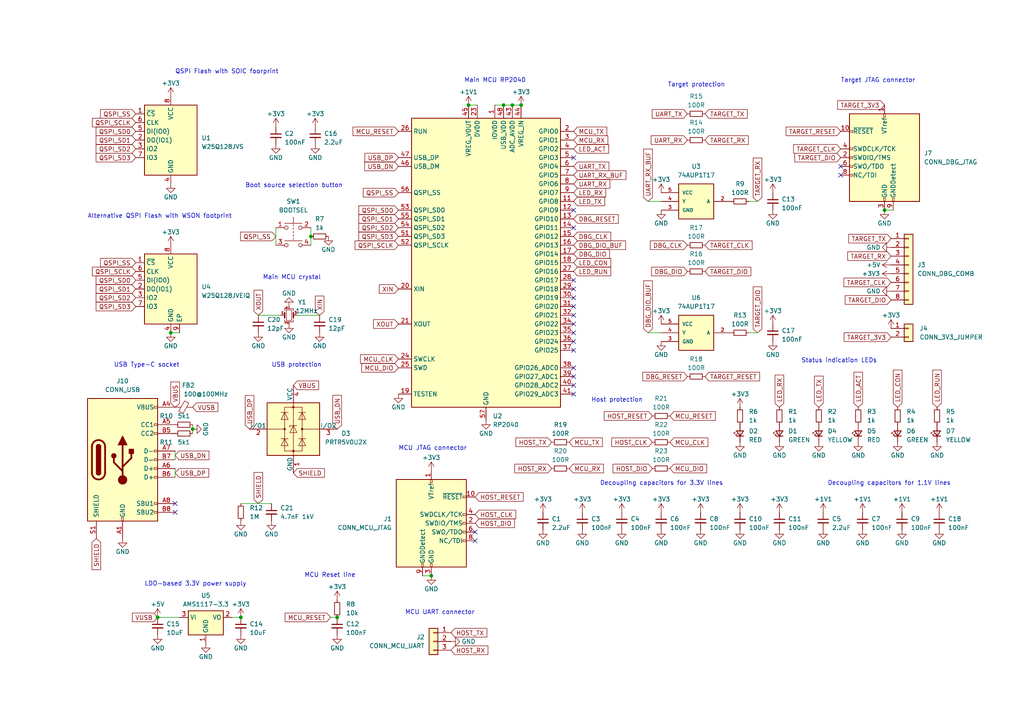
<source format=kicad_sch>
(kicad_sch (version 20230121) (generator eeschema)
  (paper "A4")
  (title_block (title "RP2040-DebugProbe-0010") (date "2023-12-24") (rev "1.0") (company "(c) 2023 Andriy Golovnya") (comment 1 "RP2040 based Debug Probe") (comment 2 "Designed in Germany"))
  (lib_symbols
    (symbol "Connector:Conn_ARM_JTAG_SWD_10" (pin_names (offset 1.016))
      (property "Reference" "J" (at -2.54 16.51 0))
      (property "Value" "Conn_ARM_JTAG_SWD_10" (at -2.54 13.97 0))
      (symbol "Conn_ARM_JTAG_SWD_10_1_1"
        (pin power_in line (at 0 15.24 270) (length 2.54) (name "VTref") (number "1"))
        (pin open_collector line (at 12.7 7.62 180) (length 2.54) (name "~{RESET}") (number "10"))
        (pin bidirectional line (at 12.7 0 180) (length 2.54) (name "SWDIO/TMS") (number "2"))
        (pin power_in line (at 0 -15.24 90) (length 2.54) (name "GND") (number "3"))
        (pin output line (at 12.7 2.54 180) (length 2.54) (name "SWDCLK/TCK") (number "4"))
        (pin passive line (at 0 -15.24 90) (length 2.54) hide (name "GND") (number "5"))
        (pin input line (at 12.7 -2.54 180) (length 2.54) (name "SWO/TDO") (number "6"))
        (pin no_connect line (at -10.16 0 0) (length 2.54) hide (name "KEY") (number "7"))
        (pin output line (at 12.7 -5.08 180) (length 2.54) (name "NC/TDI") (number "8"))
        (pin passive line (at -2.54 -15.24 90) (length 2.54) (name "GNDDetect") (number "9"))
      )
    )
    (symbol "Connector:USB_C_Receptacle_USB2.0" (pin_names (offset 1.016))
      (property "Reference" "J" (at -10.16 19.05 0))
      (property "Value" "USB_C_Receptacle_USB2.0" (at 19.05 19.05 0))
      (symbol "USB_C_Receptacle_USB2.0_1_1"
        (pin passive line (at 0 -22.86 90) (length 5.08) (name "GND") (number "A1"))
        (pin passive line (at 0 -22.86 90) (length 5.08) hide (name "GND") (number "A12"))
        (pin passive line (at 15.24 15.24 180) (length 5.08) (name "VBUS") (number "A4"))
        (pin bidirectional line (at 15.24 10.16 180) (length 5.08) (name "CC1") (number "A5"))
        (pin bidirectional line (at 15.24 -2.54 180) (length 5.08) (name "D+") (number "A6"))
        (pin bidirectional line (at 15.24 2.54 180) (length 5.08) (name "D-") (number "A7"))
        (pin bidirectional line (at 15.24 -12.7 180) (length 5.08) (name "SBU1") (number "A8"))
        (pin passive line (at 15.24 15.24 180) (length 5.08) hide (name "VBUS") (number "A9"))
        (pin passive line (at 0 -22.86 90) (length 5.08) hide (name "GND") (number "B1"))
        (pin passive line (at 0 -22.86 90) (length 5.08) hide (name "GND") (number "B12"))
        (pin passive line (at 15.24 15.24 180) (length 5.08) hide (name "VBUS") (number "B4"))
        (pin bidirectional line (at 15.24 7.62 180) (length 5.08) (name "CC2") (number "B5"))
        (pin bidirectional line (at 15.24 -5.08 180) (length 5.08) (name "D+") (number "B6"))
        (pin bidirectional line (at 15.24 0 180) (length 5.08) (name "D-") (number "B7"))
        (pin bidirectional line (at 15.24 -15.24 180) (length 5.08) (name "SBU2") (number "B8"))
        (pin passive line (at 15.24 15.24 180) (length 5.08) hide (name "VBUS") (number "B9"))
        (pin passive line (at -7.62 -22.86 90) (length 5.08) (name "SHIELD") (number "S1"))
      )
    )
    (symbol "Connector_Generic:Conn_01x02" (pin_names (offset 1.016) hide)
      (property "Reference" "J" (at 0 2.54 0))
      (property "Value" "Conn_01x02" (at 0 -5.08 0))
      (symbol "Conn_01x02_1_1"
        (pin passive line (at -5.08 0 0) (length 3.81) (name "Pin_1") (number "1"))
        (pin passive line (at -5.08 -2.54 0) (length 3.81) (name "Pin_2") (number "2"))
      )
    )
    (symbol "Connector_Generic:Conn_01x03" (pin_names (offset 1.016) hide)
      (property "Reference" "J" (at 0 5.08 0))
      (property "Value" "Conn_01x03" (at 0 -5.08 0))
      (symbol "Conn_01x03_1_1"
        (pin passive line (at -5.08 2.54 0) (length 3.81) (name "Pin_1") (number "1"))
        (pin passive line (at -5.08 0 0) (length 3.81) (name "Pin_2") (number "2"))
        (pin passive line (at -5.08 -2.54 0) (length 3.81) (name "Pin_3") (number "3"))
      )
    )
    (symbol "Connector_Generic:Conn_01x08" (pin_names (offset 1.016) hide)
      (property "Reference" "J" (at 0 10.16 0))
      (property "Value" "Conn_01x08" (at 0 -12.7 0))
      (symbol "Conn_01x08_1_1"
        (pin passive line (at -5.08 7.62 0) (length 3.81) (name "Pin_1") (number "1"))
        (pin passive line (at -5.08 5.08 0) (length 3.81) (name "Pin_2") (number "2"))
        (pin passive line (at -5.08 2.54 0) (length 3.81) (name "Pin_3") (number "3"))
        (pin passive line (at -5.08 0 0) (length 3.81) (name "Pin_4") (number "4"))
        (pin passive line (at -5.08 -2.54 0) (length 3.81) (name "Pin_5") (number "5"))
        (pin passive line (at -5.08 -5.08 0) (length 3.81) (name "Pin_6") (number "6"))
        (pin passive line (at -5.08 -7.62 0) (length 3.81) (name "Pin_7") (number "7"))
        (pin passive line (at -5.08 -10.16 0) (length 3.81) (name "Pin_8") (number "8"))
      )
    )
    (symbol "Device:C_Small" (pin_numbers hide) (pin_names (offset 0.254) hide)
      (property "Reference" "C" (at 0.254 1.778 0))
      (property "Value" "C_Small" (at 0.254 -2.032 0))
      (symbol "C_Small_1_1"
        (pin passive line (at 0 2.54 270) (length 2.032) (name "~") (number "1"))
        (pin passive line (at 0 -2.54 90) (length 2.032) (name "~") (number "2"))
      )
    )
    (symbol "Device:Crystal_GND24_Small" (pin_names (offset 1.016) hide)
      (property "Reference" "Y" (at 1.27 4.445 0))
      (property "Value" "Crystal_GND24_Small" (at 1.27 2.54 0))
      (symbol "Crystal_GND24_Small_1_1"
        (pin passive line (at -2.54 0 0) (length 1.27) (name "1") (number "1"))
        (pin passive line (at 0 -2.54 90) (length 0.635) (name "2") (number "2"))
        (pin passive line (at 2.54 0 180) (length 1.27) (name "3") (number "3"))
        (pin passive line (at 0 2.54 270) (length 0.635) (name "4") (number "4"))
      )
    )
    (symbol "Device:FerriteBead_Small" (pin_numbers hide) (pin_names (offset 0))
      (property "Reference" "FB" (at 1.905 1.27 0))
      (property "Value" "FerriteBead_Small" (at 1.905 -1.27 0))
      (symbol "FerriteBead_Small_1_1"
        (pin passive line (at 0 2.54 270) (length 1.27) (name "~") (number "1"))
        (pin passive line (at 0 -2.54 90) (length 1.27) (name "~") (number "2"))
      )
    )
    (symbol "Device:LED_Small" (pin_numbers hide) (pin_names (offset 0.254) hide)
      (property "Reference" "D" (at -1.27 3.175 0))
      (property "Value" "LED_Small" (at -4.445 -2.54 0))
      (symbol "LED_Small_1_1"
        (pin passive line (at -2.54 0 0) (length 1.778) (name "K") (number "1"))
        (pin passive line (at 2.54 0 180) (length 1.778) (name "A") (number "2"))
      )
    )
    (symbol "Device:R_Small" (pin_numbers hide) (pin_names (offset 0.254) hide)
      (property "Reference" "R" (at 0.762 0.508 0))
      (property "Value" "R_Small" (at 0.762 -1.016 0))
      (symbol "R_Small_1_1"
        (pin passive line (at 0 2.54 270) (length 0.762) (name "~") (number "1"))
        (pin passive line (at 0 -2.54 90) (length 0.762) (name "~") (number "2"))
      )
    )
    (symbol "MCU_RaspberryPi:RP2040"
      (property "Reference" "U" (at 17.78 45.72 0))
      (property "Value" "RP2040" (at 17.78 43.18 0))
      (symbol "RP2040_1_1"
        (pin power_in line (at 2.54 45.72 270) (length 3.81) (name "IOVDD") (number "1"))
        (pin passive line (at 2.54 45.72 270) (length 3.81) hide (name "IOVDD") (number "10"))
        (pin bidirectional line (at 25.4 17.78 180) (length 3.81) (name "GPIO8") (number "11"))
        (pin bidirectional line (at 25.4 15.24 180) (length 3.81) (name "GPIO9") (number "12"))
        (pin bidirectional line (at 25.4 12.7 180) (length 3.81) (name "GPIO10") (number "13"))
        (pin bidirectional line (at 25.4 10.16 180) (length 3.81) (name "GPIO11") (number "14"))
        (pin bidirectional line (at 25.4 7.62 180) (length 3.81) (name "GPIO12") (number "15"))
        (pin bidirectional line (at 25.4 5.08 180) (length 3.81) (name "GPIO13") (number "16"))
        (pin bidirectional line (at 25.4 2.54 180) (length 3.81) (name "GPIO14") (number "17"))
        (pin bidirectional line (at 25.4 0 180) (length 3.81) (name "GPIO15") (number "18"))
        (pin input line (at -25.4 -38.1 0) (length 3.81) (name "TESTEN") (number "19"))
        (pin bidirectional line (at 25.4 38.1 180) (length 3.81) (name "GPIO0") (number "2"))
        (pin input line (at -25.4 -7.62 0) (length 3.81) (name "XIN") (number "20"))
        (pin passive line (at -25.4 -17.78 0) (length 3.81) (name "XOUT") (number "21"))
        (pin passive line (at 2.54 45.72 270) (length 3.81) hide (name "IOVDD") (number "22"))
        (pin power_in line (at -2.54 45.72 270) (length 3.81) (name "DVDD") (number "23"))
        (pin input line (at -25.4 -27.94 0) (length 3.81) (name "SWCLK") (number "24"))
        (pin bidirectional line (at -25.4 -30.48 0) (length 3.81) (name "SWD") (number "25"))
        (pin input line (at -25.4 38.1 0) (length 3.81) (name "RUN") (number "26"))
        (pin bidirectional line (at 25.4 -2.54 180) (length 3.81) (name "GPIO16") (number "27"))
        (pin bidirectional line (at 25.4 -5.08 180) (length 3.81) (name "GPIO17") (number "28"))
        (pin bidirectional line (at 25.4 -7.62 180) (length 3.81) (name "GPIO18") (number "29"))
        (pin bidirectional line (at 25.4 35.56 180) (length 3.81) (name "GPIO1") (number "3"))
        (pin bidirectional line (at 25.4 -10.16 180) (length 3.81) (name "GPIO19") (number "30"))
        (pin bidirectional line (at 25.4 -12.7 180) (length 3.81) (name "GPIO20") (number "31"))
        (pin bidirectional line (at 25.4 -15.24 180) (length 3.81) (name "GPIO21") (number "32"))
        (pin passive line (at 2.54 45.72 270) (length 3.81) hide (name "IOVDD") (number "33"))
        (pin bidirectional line (at 25.4 -17.78 180) (length 3.81) (name "GPIO22") (number "34"))
        (pin bidirectional line (at 25.4 -20.32 180) (length 3.81) (name "GPIO23") (number "35"))
        (pin bidirectional line (at 25.4 -22.86 180) (length 3.81) (name "GPIO24") (number "36"))
        (pin bidirectional line (at 25.4 -25.4 180) (length 3.81) (name "GPIO25") (number "37"))
        (pin bidirectional line (at 25.4 -30.48 180) (length 3.81) (name "GPIO26_ADC0") (number "38"))
        (pin bidirectional line (at 25.4 -33.02 180) (length 3.81) (name "GPIO27_ADC1") (number "39"))
        (pin bidirectional line (at 25.4 33.02 180) (length 3.81) (name "GPIO2") (number "4"))
        (pin bidirectional line (at 25.4 -35.56 180) (length 3.81) (name "GPIO28_ADC2") (number "40"))
        (pin bidirectional line (at 25.4 -38.1 180) (length 3.81) (name "GPIO29_ADC3") (number "41"))
        (pin passive line (at 2.54 45.72 270) (length 3.81) hide (name "IOVDD") (number "42"))
        (pin power_in line (at 7.62 45.72 270) (length 3.81) (name "ADC_AVDD") (number "43"))
        (pin power_in line (at 10.16 45.72 270) (length 3.81) (name "VREG_IN") (number "44"))
        (pin power_out line (at -5.08 45.72 270) (length 3.81) (name "VREG_VOUT") (number "45"))
        (pin bidirectional line (at -25.4 27.94 0) (length 3.81) (name "USB_DM") (number "46"))
        (pin bidirectional line (at -25.4 30.48 0) (length 3.81) (name "USB_DP") (number "47"))
        (pin power_in line (at 5.08 45.72 270) (length 3.81) (name "USB_VDD") (number "48"))
        (pin passive line (at 2.54 45.72 270) (length 3.81) hide (name "IOVDD") (number "49"))
        (pin bidirectional line (at 25.4 30.48 180) (length 3.81) (name "GPIO3") (number "5"))
        (pin passive line (at -2.54 45.72 270) (length 3.81) hide (name "DVDD") (number "50"))
        (pin bidirectional line (at -25.4 7.62 0) (length 3.81) (name "QSPI_SD3") (number "51"))
        (pin output line (at -25.4 5.08 0) (length 3.81) (name "QSPI_SCLK") (number "52"))
        (pin bidirectional line (at -25.4 15.24 0) (length 3.81) (name "QSPI_SD0") (number "53"))
        (pin bidirectional line (at -25.4 10.16 0) (length 3.81) (name "QSPI_SD2") (number "54"))
        (pin bidirectional line (at -25.4 12.7 0) (length 3.81) (name "QSPI_SD1") (number "55"))
        (pin bidirectional line (at -25.4 20.32 0) (length 3.81) (name "QSPI_SS") (number "56"))
        (pin power_in line (at 0 -45.72 90) (length 3.81) (name "GND") (number "57"))
        (pin bidirectional line (at 25.4 27.94 180) (length 3.81) (name "GPIO4") (number "6"))
        (pin bidirectional line (at 25.4 25.4 180) (length 3.81) (name "GPIO5") (number "7"))
        (pin bidirectional line (at 25.4 22.86 180) (length 3.81) (name "GPIO6") (number "8"))
        (pin bidirectional line (at 25.4 20.32 180) (length 3.81) (name "GPIO7") (number "9"))
      )
    )
    (symbol "Memory_Flash:W25Q128JVS"
      (property "Reference" "U" (at -8.89 8.89 0))
      (property "Value" "W25Q128JVS" (at 7.62 8.89 0))
      (symbol "W25Q128JVS_1_1"
        (pin input line (at -10.16 7.62 0) (length 2.54) (name "~{CS}") (number "1"))
        (pin bidirectional line (at -10.16 0 0) (length 2.54) (name "DO(IO1)") (number "2"))
        (pin bidirectional line (at -10.16 -2.54 0) (length 2.54) (name "IO2") (number "3"))
        (pin power_in line (at 0 -12.7 90) (length 2.54) (name "GND") (number "4"))
        (pin bidirectional line (at -10.16 2.54 0) (length 2.54) (name "DI(IO0)") (number "5"))
        (pin input line (at -10.16 5.08 0) (length 2.54) (name "CLK") (number "6"))
        (pin bidirectional line (at -10.16 -5.08 0) (length 2.54) (name "IO3") (number "7"))
        (pin power_in line (at 0 12.7 270) (length 2.54) (name "VCC") (number "8"))
      )
    )
    (symbol "Memory_Flash:W25Q32JVZP"
      (property "Reference" "U" (at -6.35 11.43 0))
      (property "Value" "W25Q32JVZP" (at 7.62 11.43 0))
      (symbol "W25Q32JVZP_1_1"
        (pin input line (at -10.16 7.62 0) (length 2.54) (name "~{CS}") (number "1"))
        (pin bidirectional line (at -10.16 0 0) (length 2.54) (name "DO(IO1)") (number "2"))
        (pin bidirectional line (at -10.16 -2.54 0) (length 2.54) (name "IO2") (number "3"))
        (pin power_in line (at 0 -12.7 90) (length 2.54) (name "GND") (number "4"))
        (pin bidirectional line (at -10.16 2.54 0) (length 2.54) (name "DI(IO0)") (number "5"))
        (pin input line (at -10.16 5.08 0) (length 2.54) (name "CLK") (number "6"))
        (pin bidirectional line (at -10.16 -5.08 0) (length 2.54) (name "IO3") (number "7"))
        (pin power_in line (at 0 12.7 270) (length 2.54) (name "VCC") (number "8"))
        (pin passive line (at 2.54 -12.7 90) (length 2.54) (name "EP") (number "9"))
      )
    )
    (symbol "Power_Protection:PRTR5V0U2X" (pin_names (offset 0))
      (property "Reference" "D" (at 2.794 8.636 0))
      (property "Value" "PRTR5V0U2X" (at 8.128 -9.398 0))
      (symbol "PRTR5V0U2X_1_1"
        (pin passive line (at 0 -12.7 90) (length 5.08) (name "GND") (number "1"))
        (pin passive line (at -12.7 0 0) (length 5.08) (name "I/O1") (number "2"))
        (pin passive line (at 12.7 0 180) (length 5.08) (name "I/O2") (number "3"))
        (pin passive line (at 0 12.7 270) (length 5.08) (name "VCC") (number "4"))
      )
    )
    (symbol "Regulator_Linear:AMS1117-3.3"
      (property "Reference" "U" (at -3.81 3.175 0))
      (property "Value" "AMS1117-3.3" (at 0 3.175 0))
      (symbol "AMS1117-3.3_1_1"
        (pin power_in line (at 0 -7.62 90) (length 2.54) (name "GND") (number "1"))
        (pin power_out line (at 7.62 0 180) (length 2.54) (name "VO") (number "2"))
        (pin power_in line (at -7.62 0 0) (length 2.54) (name "VI") (number "3"))
      )
    )
    (symbol "SN74AUP1T17DCKR:SN74AUP1T17DCKR" (pin_names (offset 1.016))
      (property "Reference" "U6" (at 0 12.7 0))
      (property "Value" "74AUP1T17" (at 0 10.16 0))
      (symbol "SN74AUP1T17DCKR_0_0"
        (pin input line (at -10.16 2.54 0) (length 5.08) (name "A") (number "2"))
        (pin power_in line (at 10.16 0 180) (length 5.08) (name "GND") (number "3"))
        (pin output line (at 10.16 2.54 180) (length 5.08) (name "Y") (number "4"))
        (pin power_in line (at 10.16 5.08 180) (length 5.08) (name "VCC") (number "5"))
      )
    )
    (symbol "SN74AUP1T17DCKR_1" (pin_names (offset 1.016))
      (property "Reference" "U3" (at 0 12.7 0))
      (property "Value" "74AUP1T17" (at 0 10.16 0))
      (symbol "SN74AUP1T17DCKR_1_0_0"
        (pin input line (at -10.16 2.54 0) (length 5.08) (name "A") (number "2"))
        (pin power_in line (at 10.16 0 180) (length 5.08) (name "GND") (number "3"))
        (pin output line (at 10.16 2.54 180) (length 5.08) (name "Y") (number "4"))
        (pin power_in line (at 10.16 5.08 180) (length 5.08) (name "VCC") (number "5"))
      )
    )
    (symbol "Switch:SW_Push_Dual" (pin_names (offset 1.016) hide)
      (property "Reference" "SW" (at 1.27 2.54 0))
      (property "Value" "SW_Push_Dual" (at 0 -6.858 0))
      (symbol "SW_Push_Dual_0_1"
        (pin passive line (at -5.08 0 0) (length 2.54) (name "1") (number "1"))
        (pin passive line (at 5.08 0 180) (length 2.54) (name "2") (number "2"))
        (pin passive line (at -5.08 -5.08 0) (length 2.54) (name "3") (number "3"))
        (pin passive line (at 5.08 -5.08 180) (length 2.54) (name "4") (number "4"))
      )
    )
    (symbol "power:+1V1" (power) (pin_names (offset 0))
      (property "Value" "+1V1" (at 0 3.556 0))
      (symbol "+1V1_1_1"
        (pin power_in line (at 0 0 90) (length 0) hide (name "+1V1") (number "1"))
      )
    )
    (symbol "power:+3V3" (power) (pin_names (offset 0))
      (property "Value" "+3V3" (at 0 3.556 0))
      (symbol "+3V3_1_1"
        (pin power_in line (at 0 0 90) (length 0) hide (name "+3V3") (number "1"))
      )
    )
    (symbol "power:+5V" (power) (pin_names (offset 0))
      (property "Value" "+5V" (at 0 3.556 0))
      (symbol "+5V_1_1"
        (pin power_in line (at 0 0 90) (length 0) hide (name "+5V") (number "1"))
      )
    )
    (symbol "power:GND" (power) (pin_names (offset 0))
      (property "Value" "GND" (at 0 -3.81 0))
      (symbol "GND_1_1"
        (pin power_in line (at 0 0 270) (length 0) hide (name "GND") (number "1"))
      )
    )
  )
  (junction (at 148.59 30.48))
  (junction (at 55.88 124.46))
  (junction (at 97.79 179.07))
  (junction (at 135.89 30.48))
  (junction (at 69.85 179.07))
  (junction (at 90.17 68.58))
  (junction (at 125.095 167.005))
  (junction (at 146.05 30.48))
  (junction (at 45.72 179.07))
  (junction (at 49.53 96.52))
  (junction (at 256.54 60.96))
  (junction (at 151.13 30.48))
  (no_connect (at 166.37 66.04))
  (no_connect (at 166.37 88.9))
  (no_connect (at 50.8 148.59))
  (no_connect (at 166.37 91.44))
  (no_connect (at 166.37 111.76))
  (no_connect (at 166.37 81.28))
  (no_connect (at 166.37 114.3))
  (no_connect (at 166.37 99.06))
  (no_connect (at 243.84 48.26))
  (no_connect (at 137.795 154.305))
  (no_connect (at 50.8 146.05))
  (no_connect (at 243.84 50.8))
  (no_connect (at 166.37 86.36))
  (no_connect (at 166.37 96.52))
  (no_connect (at 137.795 156.845))
  (no_connect (at 166.37 106.68))
  (no_connect (at 166.37 93.98))
  (no_connect (at 166.37 109.22))
  (no_connect (at 166.37 83.82))
  (no_connect (at 166.37 60.96))
  (no_connect (at 166.37 101.6))
  (no_connect (at 166.37 45.72))
  (wire (pts (xy 86.36 91.44) (xy 92.71 91.44)))
  (wire (pts (xy 55.88 124.46) (xy 55.88 123.19)))
  (wire (pts (xy 50.8 135.89) (xy 50.8 138.43)))
  (wire (pts (xy 219.71 96.52) (xy 217.17 96.52)))
  (wire (pts (xy 55.88 125.73) (xy 55.88 124.46)))
  (wire (pts (xy 80.01 66.04) (xy 80.01 71.12)))
  (wire (pts (xy 95.885 179.07) (xy 97.79 179.07)))
  (wire (pts (xy 135.89 30.48) (xy 138.43 30.48)))
  (wire (pts (xy 219.71 58.42) (xy 217.17 58.42)))
  (wire (pts (xy 74.93 91.44) (xy 81.28 91.44)))
  (wire (pts (xy 148.59 30.48) (xy 151.13 30.48)))
  (wire (pts (xy 67.31 179.07) (xy 69.85 179.07)))
  (wire (pts (xy 187.96 58.42) (xy 191.77 58.42)))
  (wire (pts (xy 50.8 130.81) (xy 50.8 133.35)))
  (wire (pts (xy 143.51 30.48) (xy 146.05 30.48)))
  (wire (pts (xy 49.53 96.52) (xy 52.07 96.52)))
  (wire (pts (xy 45.72 179.07) (xy 52.07 179.07)))
  (wire (pts (xy 187.96 96.52) (xy 191.77 96.52)))
  (wire (pts (xy 90.17 68.58) (xy 90.17 71.12)))
  (wire (pts (xy 122.555 167.005) (xy 125.095 167.005)))
  (wire (pts (xy 90.17 66.04) (xy 90.17 68.58)))
  (wire (pts (xy 146.05 30.48) (xy 148.59 30.48)))
  (wire (pts (xy 259.08 60.96) (xy 256.54 60.96)))
  (wire (pts (xy 69.85 146.05) (xy 78.74 146.05)))
  (text "USB protection" (at 78.74 106.68 0) (effects (font (size 1.27 1.27)) (justify left bottom)))
  (text "Alternative QSPI Flash with WSON footprint" (at 25.4 63.5 0) (effects (font (size 1.27 1.27)) (justify left bottom)))
  (text "Main MCU RP2040" (at 134.62 24.13 0) (effects (font (size 1.27 1.27)) (justify left bottom)))
  (text "Status indication LEDs" (at 232.41 105.41 0) (effects (font (size 1.27 1.27)) (justify left bottom)))
  (text "MCU JTAG connector" (at 115.57 130.81 0) (effects (font (size 1.27 1.27)) (justify left bottom)))
  (text "Decoupling capacitors for 3.3V lines" (at 173.99 140.97 0) (effects (font (size 1.27 1.27)) (justify left bottom)))
  (text "Main MCU crystal" (at 76.2 81.28 0) (effects (font (size 1.27 1.27)) (justify left bottom)))
  (text "Decoupling capacitors for 1.1V lines" (at 240.03 140.97 0) (effects (font (size 1.27 1.27)) (justify left bottom)))
  (text "Target protection" (at 193.675 25.4 0) (effects (font (size 1.27 1.27)) (justify left bottom)))
  (text "Target JTAG connector" (at 243.84 24.13 0) (effects (font (size 1.27 1.27)) (justify left bottom)))
  (text "USB Type-C socket" (at 33.02 106.68 0) (effects (font (size 1.27 1.27)) (justify left bottom)))
  (text "Host protection" (at 171.45 116.84 0) (effects (font (size 1.27 1.27)) (justify left bottom)))
  (text "MCU UART connector" (at 117.475 178.435 0) (effects (font (size 1.27 1.27)) (justify left bottom)))
  (text "Boot source selection button" (at 71.12 54.61 0) (effects (font (size 1.27 1.27)) (justify left bottom)))
  (text "LDO-based 3.3V power supply" (at 41.91 170.18 0) (effects (font (size 1.27 1.27)) (justify left bottom)))
  (text "MCU Reset line" (at 88.265 167.64 0) (effects (font (size 1.27 1.27)) (justify left bottom)))
  (text "QSPI Flash with SOIC foorprint" (at 50.8 21.59 0) (effects (font (size 1.27 1.27)) (justify left bottom)))
  (global_label "LED_ACT" (shape input) (at 166.37 43.18 0) (property "Intersheetrefs" "${INTERSHEET_REFS}" (effects hide)))
  (global_label "QSPI_SD2" (shape input) (at 39.37 43.18 180) (property "Intersheetrefs" "${INTERSHEET_REFS}" (effects hide)))
  (global_label "QSPI_SD1" (shape input) (at 39.37 83.82 180) (property "Intersheetrefs" "${INTERSHEET_REFS}" (effects hide)))
  (global_label "MCU_TX" (shape input) (at 166.37 38.1 0) (property "Intersheetrefs" "${INTERSHEET_REFS}" (effects hide)))
  (global_label "TARGET_RESET" (shape input) (at 243.84 38.1 180) (property "Intersheetrefs" "${INTERSHEET_REFS}" (effects hide)))
  (global_label "UART_RX_BUF" (shape input) (at 166.37 50.8 0) (property "Intersheetrefs" "${INTERSHEET_REFS}" (effects hide)))
  (global_label "TARGET_CLK" (shape input) (at 258.445 81.915 180) (property "Intersheetrefs" "${INTERSHEET_REFS}" (effects hide)))
  (global_label "VBUS" (shape input) (at 85.09 111.76 0) (property "Intersheetrefs" "${INTERSHEET_REFS}" (effects hide)))
  (global_label "TARGET_TX" (shape input) (at 204.47 33.02 0) (property "Intersheetrefs" "${INTERSHEET_REFS}" (effects hide)))
  (global_label "VUSB" (shape input) (at 45.72 179.07 180) (property "Intersheetrefs" "${INTERSHEET_REFS}" (effects hide)))
  (global_label "QSPI_SD3" (shape input) (at 39.37 88.9 180) (property "Intersheetrefs" "${INTERSHEET_REFS}" (effects hide)))
  (global_label "QSPI_SD0" (shape input) (at 39.37 38.1 180) (property "Intersheetrefs" "${INTERSHEET_REFS}" (effects hide)))
  (global_label "USB_DP" (shape input) (at 72.39 124.46 90) (property "Intersheetrefs" "${INTERSHEET_REFS}" (effects hide)))
  (global_label "VUSB" (shape input) (at 55.88 118.11 0) (property "Intersheetrefs" "${INTERSHEET_REFS}" (effects hide)))
  (global_label "LED_RX" (shape input) (at 226.06 118.11 90) (property "Intersheetrefs" "${INTERSHEET_REFS}" (effects hide)))
  (global_label "QSPI_SCLK" (shape input) (at 39.37 78.74 180) (property "Intersheetrefs" "${INTERSHEET_REFS}" (effects hide)))
  (global_label "HOST_TX" (shape input) (at 160.02 128.27 180) (property "Intersheetrefs" "${INTERSHEET_REFS}" (effects hide)))
  (global_label "DBG_DIO_BUF" (shape input) (at 187.96 96.52 90) (property "Intersheetrefs" "${INTERSHEET_REFS}" (effects hide)))
  (global_label "HOST_TX" (shape input) (at 130.81 183.515 0) (property "Intersheetrefs" "${INTERSHEET_REFS}" (effects hide)))
  (global_label "QSPI_SD0" (shape input) (at 115.57 60.96 180) (property "Intersheetrefs" "${INTERSHEET_REFS}" (effects hide)))
  (global_label "SHIELD" (shape input) (at 85.09 137.16 0) (property "Intersheetrefs" "${INTERSHEET_REFS}" (effects hide)))
  (global_label "QSPI_SS" (shape input) (at 39.37 33.02 180) (property "Intersheetrefs" "${INTERSHEET_REFS}" (effects hide)))
  (global_label "QSPI_SS" (shape input) (at 115.57 55.88 180) (property "Intersheetrefs" "${INTERSHEET_REFS}" (effects hide)))
  (global_label "TARGET_DIO" (shape input) (at 204.47 78.74 0) (property "Intersheetrefs" "${INTERSHEET_REFS}" (effects hide)))
  (global_label "LED_ACT" (shape input) (at 248.92 118.11 90) (property "Intersheetrefs" "${INTERSHEET_REFS}" (effects hide)))
  (global_label "QSPI_SD3" (shape input) (at 39.37 45.72 180) (property "Intersheetrefs" "${INTERSHEET_REFS}" (effects hide)))
  (global_label "USB_DN" (shape input) (at 50.8 132.08 0) (property "Intersheetrefs" "${INTERSHEET_REFS}" (effects hide)))
  (global_label "UART_TX" (shape input) (at 166.37 48.26 0) (property "Intersheetrefs" "${INTERSHEET_REFS}" (effects hide)))
  (global_label "DBG_CLK" (shape input) (at 166.37 68.58 0) (property "Intersheetrefs" "${INTERSHEET_REFS}" (effects hide)))
  (global_label "USB_DN" (shape input) (at 115.57 48.26 180) (property "Intersheetrefs" "${INTERSHEET_REFS}" (effects hide)))
  (global_label "QSPI_SS" (shape input) (at 80.01 68.58 180) (property "Intersheetrefs" "${INTERSHEET_REFS}" (effects hide)))
  (global_label "HOST_RESET" (shape input) (at 137.795 144.145 0) (property "Intersheetrefs" "${INTERSHEET_REFS}" (effects hide)))
  (global_label "DBG_CLK" (shape input) (at 199.39 71.12 180) (property "Intersheetrefs" "${INTERSHEET_REFS}" (effects hide)))
  (global_label "TARGET_RX" (shape input) (at 204.47 40.64 0) (property "Intersheetrefs" "${INTERSHEET_REFS}" (effects hide)))
  (global_label "TARGET_DIO" (shape input) (at 258.445 86.995 180) (property "Intersheetrefs" "${INTERSHEET_REFS}" (effects hide)))
  (global_label "USB_DP" (shape input) (at 50.8 137.16 0) (property "Intersheetrefs" "${INTERSHEET_REFS}" (effects hide)))
  (global_label "TARGET_3V3" (shape input) (at 258.445 97.79 180) (property "Intersheetrefs" "${INTERSHEET_REFS}" (effects hide)))
  (global_label "UART_RX" (shape input) (at 166.37 53.34 0) (property "Intersheetrefs" "${INTERSHEET_REFS}" (effects hide)))
  (global_label "HOST_DIO" (shape input) (at 137.795 151.765 0) (property "Intersheetrefs" "${INTERSHEET_REFS}" (effects hide)))
  (global_label "TARGET_DIO" (shape input) (at 243.84 45.72 180) (property "Intersheetrefs" "${INTERSHEET_REFS}" (effects hide)))
  (global_label "MCU_RX" (shape input) (at 166.37 40.64 0) (property "Intersheetrefs" "${INTERSHEET_REFS}" (effects hide)))
  (global_label "QSPI_SD2" (shape input) (at 115.57 66.04 180) (property "Intersheetrefs" "${INTERSHEET_REFS}" (effects hide)))
  (global_label "USB_DP" (shape input) (at 115.57 45.72 180) (property "Intersheetrefs" "${INTERSHEET_REFS}" (effects hide)))
  (global_label "XIN" (shape input) (at 92.71 91.44 90) (property "Intersheetrefs" "${INTERSHEET_REFS}" (effects hide)))
  (global_label "LED_CON" (shape input) (at 166.37 76.2 0) (property "Intersheetrefs" "${INTERSHEET_REFS}" (effects hide)))
  (global_label "TARGET_DIO" (shape input) (at 219.71 96.52 90) (property "Intersheetrefs" "${INTERSHEET_REFS}" (effects hide)))
  (global_label "QSPI_SCLK" (shape input) (at 39.37 35.56 180) (property "Intersheetrefs" "${INTERSHEET_REFS}" (effects hide)))
  (global_label "HOST_RESET" (shape input) (at 189.23 120.65 180) (property "Intersheetrefs" "${INTERSHEET_REFS}" (effects hide)))
  (global_label "XIN" (shape input) (at 115.57 83.82 180) (property "Intersheetrefs" "${INTERSHEET_REFS}" (effects hide)))
  (global_label "DBG_DIO" (shape input) (at 166.37 73.66 0) (property "Intersheetrefs" "${INTERSHEET_REFS}" (effects hide)))
  (global_label "QSPI_SD1" (shape input) (at 115.57 63.5 180) (property "Intersheetrefs" "${INTERSHEET_REFS}" (effects hide)))
  (global_label "HOST_CLK" (shape input) (at 189.23 128.27 180) (property "Intersheetrefs" "${INTERSHEET_REFS}" (effects hide)))
  (global_label "USB_DN" (shape input) (at 97.79 124.46 90) (property "Intersheetrefs" "${INTERSHEET_REFS}" (effects hide)))
  (global_label "XOUT" (shape input) (at 74.93 91.44 90) (property "Intersheetrefs" "${INTERSHEET_REFS}" (effects hide)))
  (global_label "UART_RX_BUF" (shape input) (at 187.96 58.42 90) (property "Intersheetrefs" "${INTERSHEET_REFS}" (effects hide)))
  (global_label "UART_RX" (shape input) (at 199.39 40.64 180) (property "Intersheetrefs" "${INTERSHEET_REFS}" (effects hide)))
  (global_label "LED_RX" (shape input) (at 166.37 55.88 0) (property "Intersheetrefs" "${INTERSHEET_REFS}" (effects hide)))
  (global_label "HOST_CLK" (shape input) (at 137.795 149.225 0) (property "Intersheetrefs" "${INTERSHEET_REFS}" (effects hide)))
  (global_label "MCU_RX" (shape input) (at 165.1 135.89 0) (property "Intersheetrefs" "${INTERSHEET_REFS}" (effects hide)))
  (global_label "TARGET_RESET" (shape input) (at 204.47 109.22 0) (property "Intersheetrefs" "${INTERSHEET_REFS}" (effects hide)))
  (global_label "HOST_RX" (shape input) (at 130.81 188.595 0) (property "Intersheetrefs" "${INTERSHEET_REFS}" (effects hide)))
  (global_label "QSPI_SD1" (shape input) (at 39.37 40.64 180) (property "Intersheetrefs" "${INTERSHEET_REFS}" (effects hide)))
  (global_label "SHIELD" (shape input) (at 27.94 156.21 270) (property "Intersheetrefs" "${INTERSHEET_REFS}" (effects hide)))
  (global_label "LED_TX" (shape input) (at 237.49 118.11 90) (property "Intersheetrefs" "${INTERSHEET_REFS}" (effects hide)))
  (global_label "DBG_DIO_BUF" (shape input) (at 166.37 71.12 0) (property "Intersheetrefs" "${INTERSHEET_REFS}" (effects hide)))
  (global_label "DBG_DIO" (shape input) (at 199.39 78.74 180) (property "Intersheetrefs" "${INTERSHEET_REFS}" (effects hide)))
  (global_label "VBUS" (shape input) (at 50.8 118.11 90) (property "Intersheetrefs" "${INTERSHEET_REFS}" (effects hide)))
  (global_label "MCU_TX" (shape input) (at 165.1 128.27 0) (property "Intersheetrefs" "${INTERSHEET_REFS}" (effects hide)))
  (global_label "LED_RUN" (shape input) (at 271.78 118.11 90) (property "Intersheetrefs" "${INTERSHEET_REFS}" (effects hide)))
  (global_label "QSPI_SD3" (shape input) (at 115.57 68.58 180) (property "Intersheetrefs" "${INTERSHEET_REFS}" (effects hide)))
  (global_label "MCU_DIO" (shape input) (at 194.31 135.89 0) (property "Intersheetrefs" "${INTERSHEET_REFS}" (effects hide)))
  (global_label "XOUT" (shape input) (at 115.57 93.98 180) (property "Intersheetrefs" "${INTERSHEET_REFS}" (effects hide)))
  (global_label "TARGET_CLK" (shape input) (at 243.84 43.18 180) (property "Intersheetrefs" "${INTERSHEET_REFS}" (effects hide)))
  (global_label "TARGET_RX" (shape input) (at 258.445 74.295 180) (property "Intersheetrefs" "${INTERSHEET_REFS}" (effects hide)))
  (global_label "SHIELD" (shape input) (at 74.93 146.05 90) (property "Intersheetrefs" "${INTERSHEET_REFS}" (effects hide)))
  (global_label "QSPI_SCLK" (shape input) (at 115.57 71.12 180) (property "Intersheetrefs" "${INTERSHEET_REFS}" (effects hide)))
  (global_label "DBG_RESET" (shape input) (at 199.39 109.22 180) (property "Intersheetrefs" "${INTERSHEET_REFS}" (effects hide)))
  (global_label "MCU_CLK" (shape input) (at 194.31 128.27 0) (property "Intersheetrefs" "${INTERSHEET_REFS}" (effects hide)))
  (global_label "TARGET_RX" (shape input) (at 219.71 58.42 90) (property "Intersheetrefs" "${INTERSHEET_REFS}" (effects hide)))
  (global_label "QSPI_SS" (shape input) (at 39.37 76.2 180) (property "Intersheetrefs" "${INTERSHEET_REFS}" (effects hide)))
  (global_label "MCU_CLK" (shape input) (at 115.57 104.14 180) (property "Intersheetrefs" "${INTERSHEET_REFS}" (effects hide)))
  (global_label "HOST_RX" (shape input) (at 160.02 135.89 180) (property "Intersheetrefs" "${INTERSHEET_REFS}" (effects hide)))
  (global_label "MCU_RESET" (shape input) (at 194.31 120.65 0) (property "Intersheetrefs" "${INTERSHEET_REFS}" (effects hide)))
  (global_label "LED_CON" (shape input) (at 260.35 118.11 90) (property "Intersheetrefs" "${INTERSHEET_REFS}" (effects hide)))
  (global_label "MCU_RESET" (shape input) (at 95.885 179.07 180) (property "Intersheetrefs" "${INTERSHEET_REFS}" (effects hide)))
  (global_label "LED_RUN" (shape input) (at 166.37 78.74 0) (property "Intersheetrefs" "${INTERSHEET_REFS}" (effects hide)))
  (global_label "LED_TX" (shape input) (at 166.37 58.42 0) (property "Intersheetrefs" "${INTERSHEET_REFS}" (effects hide)))
  (global_label "UART_TX" (shape input) (at 199.39 33.02 180) (property "Intersheetrefs" "${INTERSHEET_REFS}" (effects hide)))
  (global_label "MCU_DIO" (shape input) (at 115.57 106.68 180) (property "Intersheetrefs" "${INTERSHEET_REFS}" (effects hide)))
  (global_label "QSPI_SD2" (shape input) (at 39.37 86.36 180) (property "Intersheetrefs" "${INTERSHEET_REFS}" (effects hide)))
  (global_label "HOST_DIO" (shape input) (at 189.23 135.89 180) (property "Intersheetrefs" "${INTERSHEET_REFS}" (effects hide)))
  (global_label "QSPI_SD0" (shape input) (at 39.37 81.28 180) (property "Intersheetrefs" "${INTERSHEET_REFS}" (effects hide)))
  (global_label "TARGET_CLK" (shape input) (at 204.47 71.12 0) (property "Intersheetrefs" "${INTERSHEET_REFS}" (effects hide)))
  (global_label "TARGET_3V3" (shape input) (at 256.54 30.48 180) (property "Intersheetrefs" "${INTERSHEET_REFS}" (effects hide)))
  (global_label "DBG_RESET" (shape input) (at 166.37 63.5 0) (property "Intersheetrefs" "${INTERSHEET_REFS}" (effects hide)))
  (global_label "TARGET_TX" (shape input) (at 258.445 69.215 180) (property "Intersheetrefs" "${INTERSHEET_REFS}" (effects hide)))
  (global_label "MCU_RESET" (shape input) (at 115.57 38.1 180) (property "Intersheetrefs" "${INTERSHEET_REFS}" (effects hide)))
  (symbol (lib_id "Power_Protection:PRTR5V0U2X") (at 85.09 124.46 0) (unit 1)
    (property "Reference" "D3" (at 100.33 125.73 0))
    (property "Value" "PRTR5V0U2X" (at 100.33 128.27 0))
    (property "Footprint" "Package_TO_SOT_SMD:SOT-143" (effects hide))
    (property "Datasheet" "https://assets.nexperia.com/documents/data-sheet/PRTR5V0U2X.pdf" (effects hide))
  )
  (symbol (lib_id "power:+1V1") (at 261.62 148.59 0) (unit 1)
    (property "Reference" "#PWR027" (effects hide))
    (property "Value" "+1V1" (at 261.62 144.78 0))
  )
  (symbol (lib_id "Device:R_Small") (at 97.79 176.53 180) (unit 1)
    (property "Reference" "R8" (at 100.33 175.26 0) (effects (justify right)))
    (property "Value" "10k" (at 100.33 177.8 0) (effects (justify right)))
    (property "Footprint" "Resistor_SMD:R_0402_1005Metric" (effects hide))
  )
  (symbol (lib_id "power:+3V3") (at 49.53 71.12 0) (unit 1)
    (property "Reference" "#PWR047" (effects hide))
    (property "Value" "+3V3" (at 49.53 67.31 0))
  )
  (symbol (lib_id "power:+3V3") (at 226.06 148.59 0) (unit 1)
    (property "Reference" "#PWR031" (effects hide))
    (property "Value" "+3V3" (at 226.06 144.78 0))
  )
  (symbol (lib_id "Device:R_Small") (at 162.56 135.89 270) (mirror x) (unit 1)
    (property "Reference" "R20" (at 162.56 130.81 90))
    (property "Value" "100R" (at 162.56 133.35 90))
    (property "Footprint" "Resistor_SMD:R_0402_1005Metric" (effects hide))
  )
  (symbol (lib_id "Device:R_Small") (at 214.63 96.52 270) (mirror x) (unit 1)
    (property "Reference" "R13" (at 214.63 91.44 90))
    (property "Value" "100R" (at 214.63 93.98 90))
    (property "Footprint" "Resistor_SMD:R_0402_1005Metric" (effects hide))
  )
  (symbol (lib_id "Device:C_Small") (at 80.01 39.37 0) (unit 1)
    (property "Reference" "C2" (at 82.55 38.7413 0) (effects (justify left)))
    (property "Value" "100nF" (at 82.55 41.2813 0) (effects (justify left)))
    (property "Footprint" "Capacitor_SMD:C_0402_1005Metric" (effects hide))
  )
  (symbol (lib_id "power:GND") (at 91.44 41.91 0) (unit 1)
    (property "Reference" "#PWR057" (effects hide))
    (property "Value" "GND" (at 91.44 45.72 0))
  )
  (symbol (lib_id "Device:C_Small") (at 224.155 58.42 0) (unit 1)
    (property "Reference" "C13" (at 226.695 57.7913 0) (effects (justify left)))
    (property "Value" "100nF" (at 226.695 60.3313 0) (effects (justify left)))
    (property "Footprint" "Capacitor_SMD:C_0402_1005Metric" (effects hide))
  )
  (symbol (lib_id "Device:C_Small") (at 191.77 151.13 0) (unit 1)
    (property "Reference" "C6" (at 194.31 150.5013 0) (effects (justify left)))
    (property "Value" "100nF" (at 194.31 153.0413 0) (effects (justify left)))
    (property "Footprint" "Capacitor_SMD:C_0402_1005Metric" (effects hide))
  )
  (symbol (lib_id "power:+3V3") (at 258.445 95.25 0) (mirror y) (unit 1)
    (property "Reference" "#PWR056" (effects hide))
    (property "Value" "+3V3" (at 258.445 91.44 0))
  )
  (symbol (lib_id "power:+3V3") (at 49.53 27.94 0) (unit 1)
    (property "Reference" "#PWR09" (effects hide))
    (property "Value" "+3V3" (at 49.53 24.13 0))
  )
  (symbol (lib_id "power:+3V3") (at 258.445 79.375 90) (unit 1)
    (property "Reference" "#PWR070" (effects hide))
    (property "Value" "+3V3" (at 255.27 79.375 90) (effects (justify left)))
  )
  (symbol (lib_id "Device:LED_Small") (at 226.06 125.73 90) (unit 1)
    (property "Reference" "D1" (at 228.6 125.0315 90) (effects (justify right)))
    (property "Value" "GREEN" (at 228.6 127.5715 90) (effects (justify right)))
    (property "Footprint" "LED_SMD:LED_0603_1608Metric" (effects hide))
  )
  (symbol (lib_id "power:GND") (at 95.25 68.58 0) (unit 1)
    (property "Reference" "#PWR049" (effects hide))
    (property "Value" "GND" (at 95.25 72.39 0))
  )
  (symbol (lib_id "power:+3V3") (at 224.155 93.98 0) (unit 1)
    (property "Reference" "#PWR068" (effects hide))
    (property "Value" "+3V3" (at 224.155 90.17 0))
  )
  (symbol (lib_id "Device:C_Small") (at 78.74 148.59 0) (unit 1)
    (property "Reference" "C21" (at 81.28 147.32 0) (effects (justify left)))
    (property "Value" "4.7nF 1kV" (at 81.28 149.86 0) (effects (justify left)))
    (property "Footprint" "Capacitor_SMD:C_1206_3216Metric" (effects hide))
  )
  (symbol (lib_id "power:GND") (at 250.19 153.67 0) (unit 1)
    (property "Reference" "#PWR023" (effects hide))
    (property "Value" "GND" (at 250.19 157.48 0))
  )
  (symbol (lib_id "Memory_Flash:W25Q32JVZP") (at 49.53 83.82 0) (unit 1)
    (property "Reference" "U4" (at 58.42 83.185 0) (effects (justify left)))
    (property "Value" "W25Q128JVEIQ" (at 58.42 85.725 0) (effects (justify left)))
    (property "Footprint" "Package_SON:WSON-8-1EP_6x5mm_P1.27mm_EP3.4x4.3mm" (effects hide))
    (property "Datasheet" "http://www.winbond.com/resource-files/w25q32jv%20revg%2003272018%20plus.pdf" (effects hide))
  )
  (symbol (lib_id "power:+3V3") (at 91.44 36.83 0) (unit 1)
    (property "Reference" "#PWR037" (effects hide))
    (property "Value" "+3V3" (at 91.44 33.02 0))
  )
  (symbol (lib_id "Device:R_Small") (at 191.77 120.65 270) (mirror x) (unit 1)
    (property "Reference" "R21" (at 191.77 115.57 90))
    (property "Value" "100R" (at 191.77 118.11 90))
    (property "Footprint" "Resistor_SMD:R_0402_1005Metric" (effects hide))
  )
  (symbol (lib_id "power:GND") (at 157.48 153.67 0) (unit 1)
    (property "Reference" "#PWR02" (effects hide))
    (property "Value" "GND" (at 157.48 157.48 0))
  )
  (symbol (lib_id "power:GND") (at 125.095 167.005 0) (unit 1)
    (property "Reference" "#PWR040" (effects hide))
    (property "Value" "GND" (at 125.095 170.815 0))
  )
  (symbol (lib_id "power:GND") (at 83.82 88.9 180) (unit 1)
    (property "Reference" "#PWR05" (effects hide))
    (property "Value" "GND" (at 83.82 85.09 0))
  )
  (symbol (lib_id "Device:R_Small") (at 214.63 58.42 270) (mirror x) (unit 1)
    (property "Reference" "R9" (at 214.63 53.34 90))
    (property "Value" "100R" (at 214.63 55.88 90))
    (property "Footprint" "Resistor_SMD:R_0402_1005Metric" (effects hide))
  )
  (symbol (lib_id "power:+3V3") (at 168.91 148.59 0) (unit 1)
    (property "Reference" "#PWR011" (effects hide))
    (property "Value" "+3V3" (at 168.91 144.78 0))
  )
  (symbol (lib_id "Device:C_Small") (at 74.93 93.98 0) (unit 1)
    (property "Reference" "C20" (at 77.47 92.7163 0) (effects (justify left)))
    (property "Value" "12pF" (at 77.47 95.2563 0) (effects (justify left)))
    (property "Footprint" "Capacitor_SMD:C_0402_1005Metric" (effects hide))
  )
  (symbol (lib_id "Device:Crystal_GND24_Small") (at 83.82 91.44 0) (unit 1)
    (property "Reference" "Y1" (at 87.63 87.63 0))
    (property "Value" "12MHz" (at 88.9 90.17 0))
    (property "Footprint" "Crystal:Crystal_SMD_3225-4Pin_3.2x2.5mm" (effects hide))
  )
  (symbol (lib_id "power:GND") (at 74.93 96.52 0) (unit 1)
    (property "Reference" "#PWR043" (effects hide))
    (property "Value" "GND" (at 74.93 100.33 0))
  )
  (symbol (lib_id "Device:C_Small") (at 226.06 151.13 0) (unit 1)
    (property "Reference" "C11" (at 228.6 150.5013 0) (effects (justify left)))
    (property "Value" "100nF" (at 228.6 153.0413 0) (effects (justify left)))
    (property "Footprint" "Capacitor_SMD:C_0402_1005Metric" (effects hide))
  )
  (symbol (lib_id "power:+1V1") (at 135.89 30.48 0) (unit 1)
    (property "Reference" "#PWR020" (effects hide))
    (property "Value" "+1V1" (at 135.89 26.67 0))
  )
  (symbol (lib_id "power:+1V1") (at 272.415 148.59 0) (unit 1)
    (property "Reference" "#PWR072" (effects hide))
    (property "Value" "+1V1" (at 272.415 144.78 0))
  )
  (symbol (lib_id "power:GND") (at 248.92 128.27 0) (unit 1)
    (property "Reference" "#PWR035" (effects hide))
    (property "Value" "GND" (at 248.92 132.08 0))
  )
  (symbol (lib_id "Device:LED_Small") (at 248.92 125.73 90) (unit 1)
    (property "Reference" "D5" (at 251.46 125.0315 90) (effects (justify right)))
    (property "Value" "RED" (at 251.46 127.5715 90) (effects (justify right)))
    (property "Footprint" "LED_SMD:LED_0603_1608Metric" (effects hide))
  )
  (symbol (lib_id "power:+1V1") (at 238.76 148.59 0) (unit 1)
    (property "Reference" "#PWR016" (effects hide))
    (property "Value" "+1V1" (at 238.76 144.78 0))
  )
  (symbol (lib_id "power:GND") (at 191.77 153.67 0) (unit 1)
    (property "Reference" "#PWR019" (effects hide))
    (property "Value" "GND" (at 191.77 157.48 0))
  )
  (symbol (lib_id "power:+3V3") (at 214.63 118.11 0) (unit 1)
    (property "Reference" "#PWR059" (effects hide))
    (property "Value" "+3V3" (at 214.63 114.3 0))
  )
  (symbol (lib_id "power:GND") (at 80.01 41.91 0) (unit 1)
    (property "Reference" "#PWR04" (effects hide))
    (property "Value" "GND" (at 80.01 45.72 0))
  )
  (symbol (lib_id "power:GND") (at 256.54 60.96 0) (mirror y) (unit 1)
    (property "Reference" "#PWR055" (effects hide))
    (property "Value" "GND" (at 256.54 64.77 0))
  )
  (symbol (lib_id "Device:R_Small") (at 162.56 128.27 270) (mirror x) (unit 1)
    (property "Reference" "R19" (at 162.56 123.19 90))
    (property "Value" "100R" (at 162.56 125.73 90))
    (property "Footprint" "Resistor_SMD:R_0402_1005Metric" (effects hide))
  )
  (symbol (lib_id "power:GND") (at 35.56 156.21 0) (unit 1)
    (property "Reference" "#PWR044" (effects hide))
    (property "Value" "GND" (at 35.56 160.02 0))
  )
  (symbol (lib_id "Device:R_Small") (at 260.35 120.65 0) (unit 1)
    (property "Reference" "R4" (at 262.89 119.38 0) (effects (justify left)))
    (property "Value" "1k" (at 262.89 121.92 0) (effects (justify left)))
    (property "Footprint" "Resistor_SMD:R_0402_1005Metric" (effects hide))
  )
  (symbol (lib_id "power:+5V") (at 258.445 76.835 90) (unit 1)
    (property "Reference" "#PWR071" (effects hide))
    (property "Value" "+5V" (at 253.365 76.835 90))
  )
  (symbol (lib_id "power:GND") (at 272.415 153.67 0) (unit 1)
    (property "Reference" "#PWR073" (effects hide))
    (property "Value" "GND" (at 272.415 157.48 0))
  )
  (symbol (lib_id "Device:LED_Small") (at 260.35 125.73 90) (unit 1)
    (property "Reference" "D6" (at 262.89 125.0315 90) (effects (justify right)))
    (property "Value" "GREEN" (at 262.89 127.5715 90) (effects (justify right)))
    (property "Footprint" "LED_SMD:LED_0603_1608Metric" (effects hide))
  )
  (symbol (lib_id "power:GND") (at 226.06 153.67 0) (unit 1)
    (property "Reference" "#PWR032" (effects hide))
    (property "Value" "GND" (at 226.06 157.48 0))
  )
  (symbol (lib_id "Device:R_Small") (at 226.06 120.65 0) (unit 1)
    (property "Reference" "R1" (at 228.6 119.38 0) (effects (justify left)))
    (property "Value" "1k" (at 228.6 121.92 0) (effects (justify left)))
    (property "Footprint" "Resistor_SMD:R_0402_1005Metric" (effects hide))
  )
  (symbol (lib_id "power:GND") (at 97.79 184.15 0) (unit 1)
    (property "Reference" "#PWR042" (effects hide))
    (property "Value" "GND" (at 97.79 187.96 0))
  )
  (symbol (lib_id "Connector:USB_C_Receptacle_USB2.0") (at 35.56 133.35 0) (unit 1)
    (property "Reference" "J10" (at 35.56 110.49 0))
    (property "Value" "CONN_USB" (at 35.56 113.03 0))
    (property "Footprint" "Connector_USB:USB_C_Receptacle_HRO_TYPE-C-31-M-12" (effects hide))
    (property "Datasheet" "https://www.usb.org/sites/default/files/documents/usb_type-c.zip" (effects hide))
  )
  (symbol (lib_id "Device:R_Small") (at 248.92 120.65 0) (unit 1)
    (property "Reference" "R3" (at 251.46 119.38 0) (effects (justify left)))
    (property "Value" "1k" (at 251.46 121.92 0) (effects (justify left)))
    (property "Footprint" "Resistor_SMD:R_0402_1005Metric" (effects hide))
  )
  (symbol (lib_id "Device:C_Small") (at 272.415 151.13 0) (unit 1)
    (property "Reference" "C18" (at 274.955 150.5013 0) (effects (justify left)))
    (property "Value" "100nF" (at 274.955 153.0413 0) (effects (justify left)))
    (property "Footprint" "Capacitor_SMD:C_0402_1005Metric" (effects hide))
  )
  (symbol (lib_id "Device:R_Small") (at 237.49 120.65 0) (unit 1)
    (property "Reference" "R2" (at 240.03 119.38 0) (effects (justify left)))
    (property "Value" "1k" (at 240.03 121.92 0) (effects (justify left)))
    (property "Footprint" "Resistor_SMD:R_0402_1005Metric" (effects hide))
  )
  (symbol (lib_id "Device:R_Small") (at 191.77 128.27 270) (mirror x) (unit 1)
    (property "Reference" "R22" (at 191.77 123.19 90))
    (property "Value" "100R" (at 191.77 125.73 90))
    (property "Footprint" "Resistor_SMD:R_0402_1005Metric" (effects hide))
  )
  (symbol (lib_id "power:GND") (at 69.85 184.15 0) (unit 1)
    (property "Reference" "#PWR046" (effects hide))
    (property "Value" "GND" (at 69.85 187.96 0))
  )
  (symbol (lib_id "Device:R_Small") (at 69.85 148.59 0) (unit 1)
    (property "Reference" "R12" (at 72.39 147.32 0) (effects (justify left)))
    (property "Value" "1M" (at 72.39 149.86 0) (effects (justify left)))
    (property "Footprint" "Resistor_SMD:R_0603_1608Metric" (effects hide))
  )
  (symbol (lib_id "Connector_Generic:Conn_01x08") (at 263.525 76.835 0) (unit 1)
    (property "Reference" "J3" (at 266.065 76.835 0) (effects (justify left)))
    (property "Value" "CONN_DBG_COMB" (at 266.065 79.375 0) (effects (justify left)))
    (property "Footprint" "Connector_PinHeader_2.54mm:PinHeader_1x08_P2.54mm_Vertical" (effects hide))
  )
  (symbol (lib_id "Device:R_Small") (at 191.77 135.89 270) (mirror x) (unit 1)
    (property "Reference" "R23" (at 191.77 130.81 90))
    (property "Value" "100R" (at 191.77 133.35 90))
    (property "Footprint" "Resistor_SMD:R_0402_1005Metric" (effects hide))
  )
  (symbol (lib_id "power:GND") (at 237.49 128.27 0) (unit 1)
    (property "Reference" "#PWR07" (effects hide))
    (property "Value" "GND" (at 237.49 132.08 0))
  )
  (symbol (lib_id "power:GND") (at 191.77 99.06 0) (mirror y) (unit 1)
    (property "Reference" "#PWR066" (effects hide))
    (property "Value" "GND" (at 191.77 102.87 0))
  )
  (symbol (lib_id "power:GND") (at 59.69 186.69 0) (unit 1)
    (property "Reference" "#PWR050" (effects hide))
    (property "Value" "GND" (at 59.69 190.5 0))
  )
  (symbol (lib_id "power:+3V3") (at 203.2 148.59 0) (unit 1)
    (property "Reference" "#PWR024" (effects hide))
    (property "Value" "+3V3" (at 203.2 144.78 0))
  )
  (symbol (lib_id "Device:R_Small") (at 201.93 71.12 270) (mirror x) (unit 1)
    (property "Reference" "R17" (at 201.93 66.04 90))
    (property "Value" "100R" (at 201.93 68.58 90))
    (property "Footprint" "Resistor_SMD:R_0402_1005Metric" (effects hide))
  )
  (symbol (lib_id "Device:C_Small") (at 168.91 151.13 0) (unit 1)
    (property "Reference" "C3" (at 171.45 150.5013 0) (effects (justify left)))
    (property "Value" "100nF" (at 171.45 153.0413 0) (effects (justify left)))
    (property "Footprint" "Capacitor_SMD:C_0402_1005Metric" (effects hide))
  )
  (symbol (lib_id "power:GND") (at 92.71 96.52 0) (unit 1)
    (property "Reference" "#PWR033" (effects hide))
    (property "Value" "GND" (at 92.71 100.33 0))
  )
  (symbol (lib_id "power:+3V3") (at 151.13 30.48 0) (unit 1)
    (property "Reference" "#PWR026" (effects hide))
    (property "Value" "+3V3" (at 151.13 26.67 0))
  )
  (symbol (lib_id "power:GND") (at 49.53 53.34 0) (unit 1)
    (property "Reference" "#PWR010" (effects hide))
    (property "Value" "GND" (at 49.53 57.15 0))
  )
  (symbol (lib_id "Device:C_Small") (at 180.34 151.13 0) (unit 1)
    (property "Reference" "C4" (at 182.88 150.5013 0) (effects (justify left)))
    (property "Value" "100nF" (at 182.88 153.0413 0) (effects (justify left)))
    (property "Footprint" "Capacitor_SMD:C_0402_1005Metric" (effects hide))
  )
  (symbol (lib_id "power:+1V1") (at 250.19 148.59 0) (unit 1)
    (property "Reference" "#PWR022" (effects hide))
    (property "Value" "+1V1" (at 250.19 144.78 0))
  )
  (symbol (lib_id "power:GND") (at 271.78 128.27 0) (unit 1)
    (property "Reference" "#PWR036" (effects hide))
    (property "Value" "GND" (at 271.78 132.08 0))
  )
  (symbol (lib_id "Device:C_Small") (at 224.155 96.52 0) (unit 1)
    (property "Reference" "C17" (at 226.695 95.8913 0) (effects (justify left)))
    (property "Value" "100nF" (at 226.695 98.4313 0) (effects (justify left)))
    (property "Footprint" "Capacitor_SMD:C_0402_1005Metric" (effects hide))
  )
  (symbol (lib_id "power:GND") (at 238.76 153.67 0) (unit 1)
    (property "Reference" "#PWR017" (effects hide))
    (property "Value" "GND" (at 238.76 157.48 0))
  )
  (symbol (lib_id "power:+3V3") (at 69.85 179.07 0) (unit 1)
    (property "Reference" "#PWR045" (effects hide))
    (property "Value" "+3V3" (at 69.85 175.26 0))
  )
  (symbol (lib_id "Device:LED_Small") (at 237.49 125.73 90) (unit 1)
    (property "Reference" "D4" (at 240.03 125.0315 90) (effects (justify right)))
    (property "Value" "YELLOW" (at 240.03 127.5715 90) (effects (justify right)))
    (property "Footprint" "LED_SMD:LED_0603_1608Metric" (effects hide))
  )
  (symbol (lib_id "Device:C_Small") (at 91.44 39.37 0) (unit 1)
    (property "Reference" "C16" (at 93.98 38.7413 0) (effects (justify left)))
    (property "Value" "2.2uF" (at 93.98 41.2813 0) (effects (justify left)))
    (property "Footprint" "Capacitor_SMD:C_0603_1608Metric" (effects hide))
  )
  (symbol (lib_id "power:GND") (at 168.91 153.67 0) (unit 1)
    (property "Reference" "#PWR012" (effects hide))
    (property "Value" "GND" (at 168.91 157.48 0))
  )
  (symbol (lib_id "power:GND") (at 214.63 153.67 0) (unit 1)
    (property "Reference" "#PWR030" (effects hide))
    (property "Value" "GND" (at 214.63 157.48 0))
  )
  (symbol (lib_id "power:GND") (at 115.57 114.3 0) (unit 1)
    (property "Reference" "#PWR013" (effects hide))
    (property "Value" "GND" (at 115.57 118.11 0))
  )
  (symbol (lib_id "power:GND") (at 258.445 84.455 270) (unit 1)
    (property "Reference" "#PWR060" (effects hide))
    (property "Value" "GND" (at 253.365 84.455 90))
  )
  (symbol (lib_id "power:GND") (at 180.34 153.67 0) (unit 1)
    (property "Reference" "#PWR015" (effects hide))
    (property "Value" "GND" (at 180.34 157.48 0))
  )
  (symbol (lib_id "SN74AUP1T17DCKR:SN74AUP1T17DCKR") (at 201.93 99.06 0) (mirror y) (unit 1)
    (property "Reference" "U6" (at 201.93 86.36 0))
    (property "Value" "74AUP1T17" (at 201.93 88.9 0))
    (property "Footprint" "Package_TO_SOT_SMD:SOT-353_SC-70-5" (effects hide))
    (property "MF" "Texas Instruments" (effects hide))
    (property "Description" "\nLow Power, 1.8/2.5/3.3-V In, 3.3-V CMOS Out, Single Schmitt-Trigger Buffer Gate\n" (effects hide))
    (property "Package" "SC70-5 Texas Instruments" (effects hide))
    (property "Price" "None" (effects hide))
    (property "SnapEDA_Link" "https://www.snapeda.com/parts/SN74AUP1T17DCKR/Texas+Instruments/view-part/?ref=snap" (effects hide))
    (property "MP" "SN74AUP1T17DCKR" (effects hide))
    (property "Purchase-URL" "https://www.snapeda.com/api/url_track_click_mouser/?unipart_id=301583&manufacturer=Texas Instruments&part_name=SN74AUP1T17DCKR&search_term=sn74aup1t17" (effects hide))
    (property "Availability" "In Stock" (effects hide))
    (property "Check_prices" "https://www.snapeda.com/parts/SN74AUP1T17DCKR/Texas+Instruments/view-part/?ref=eda" (effects hide))
  )
  (symbol (lib_name "SN74AUP1T17DCKR_1") (lib_id "SN74AUP1T17DCKR:SN74AUP1T17DCKR") (at 201.93 60.96 0) (mirror y) (unit 1)
    (property "Reference" "U3" (at 201.93 48.26 0))
    (property "Value" "74AUP1T17" (at 201.93 50.8 0))
    (property "Footprint" "Package_TO_SOT_SMD:SOT-353_SC-70-5" (effects hide))
    (property "MF" "Texas Instruments" (effects hide))
    (property "Description" "\nLow Power, 1.8/2.5/3.3-V In, 3.3-V CMOS Out, Single Schmitt-Trigger Buffer Gate\n" (effects hide))
    (property "Package" "SC70-5 Texas Instruments" (effects hide))
    (property "Price" "None" (effects hide))
    (property "SnapEDA_Link" "https://www.snapeda.com/parts/SN74AUP1T17DCKR/Texas+Instruments/view-part/?ref=snap" (effects hide))
    (property "MP" "SN74AUP1T17DCKR" (effects hide))
    (property "Purchase-URL" "https://www.snapeda.com/api/url_track_click_mouser/?unipart_id=301583&manufacturer=Texas Instruments&part_name=SN74AUP1T17DCKR&search_term=sn74aup1t17" (effects hide))
    (property "Availability" "In Stock" (effects hide))
    (property "Check_prices" "https://www.snapeda.com/parts/SN74AUP1T17DCKR/Texas+Instruments/view-part/?ref=eda" (effects hide))
  )
  (symbol (lib_id "Device:R_Small") (at 53.34 123.19 90) (unit 1)
    (property "Reference" "R10" (at 48.26 120.65 90))
    (property "Value" "5k1" (at 53.34 120.65 90))
    (property "Footprint" "Resistor_SMD:R_0402_1005Metric" (effects hide))
  )
  (symbol (lib_id "power:GND") (at 55.88 124.46 90) (unit 1)
    (property "Reference" "#PWR067" (effects hide))
    (property "Value" "GND" (at 59.69 124.46 0))
  )
  (symbol (lib_id "power:GND") (at 214.63 128.27 0) (unit 1)
    (property "Reference" "#PWR041" (effects hide))
    (property "Value" "GND" (at 214.63 132.08 0))
  )
  (symbol (lib_id "power:GND") (at 224.155 60.96 0) (unit 1)
    (property "Reference" "#PWR064" (effects hide))
    (property "Value" "GND" (at 224.155 64.77 0))
  )
  (symbol (lib_id "Device:C_Small") (at 97.79 181.61 0) (unit 1)
    (property "Reference" "C12" (at 100.33 180.9813 0) (effects (justify left)))
    (property "Value" "100nF" (at 100.33 183.5213 0) (effects (justify left)))
    (property "Footprint" "Capacitor_SMD:C_0402_1005Metric" (effects hide))
  )
  (symbol (lib_id "power:GND") (at 203.2 153.67 0) (unit 1)
    (property "Reference" "#PWR025" (effects hide))
    (property "Value" "GND" (at 203.2 157.48 0))
  )
  (symbol (lib_id "Device:FerriteBead_Small") (at 53.34 118.11 90) (unit 1)
    (property "Reference" "FB2" (at 54.61 111.76 90))
    (property "Value" "100@100MHz" (at 59.69 114.3 90))
    (property "Footprint" "Inductor_SMD:L_0805_2012Metric" (effects hide))
  )
  (symbol (lib_id "Device:R_Small") (at 201.93 109.22 270) (mirror x) (unit 1)
    (property "Reference" "R18" (at 201.93 104.14 90))
    (property "Value" "100R" (at 201.93 106.68 90))
    (property "Footprint" "Resistor_SMD:R_0402_1005Metric" (effects hide))
  )
  (symbol (lib_id "Device:C_Small") (at 203.2 151.13 0) (unit 1)
    (property "Reference" "C8" (at 205.74 150.5013 0) (effects (justify left)))
    (property "Value" "100nF" (at 205.74 153.0413 0) (effects (justify left)))
    (property "Footprint" "Capacitor_SMD:C_0402_1005Metric" (effects hide))
  )
  (symbol (lib_id "Device:R_Small") (at 53.34 125.73 90) (unit 1)
    (property "Reference" "R11" (at 48.26 128.27 90))
    (property "Value" "5k1" (at 53.34 128.27 90))
    (property "Footprint" "Resistor_SMD:R_0402_1005Metric" (effects hide))
  )
  (symbol (lib_id "Connector:Conn_ARM_JTAG_SWD_10") (at 256.54 45.72 0) (mirror y) (unit 1)
    (property "Reference" "J7" (at 267.97 44.45 0) (effects (justify right)))
    (property "Value" "CONN_DBG_JTAG" (at 267.97 46.99 0) (effects (justify right)))
    (property "Footprint" "Connector_PinHeader_1.27mm:PinHeader_2x05_P1.27mm_Vertical" (effects hide))
    (property "Datasheet" "http://infocenter.arm.com/help/topic/com.arm.doc.ddi0314h/DDI0314H_coresight_components_trm.pdf" (effects hide))
  )
  (symbol (lib_id "power:+3V3") (at 191.77 93.98 0) (mirror y) (unit 1)
    (property "Reference" "#PWR065" (effects hide))
    (property "Value" "+3V3" (at 191.77 90.17 0))
  )
  (symbol (lib_id "Connector_Generic:Conn_01x02") (at 263.525 95.25 0) (unit 1)
    (property "Reference" "J4" (at 266.7 95.25 0) (effects (justify left)))
    (property "Value" "CONN_3V3_JUMPER" (at 266.7 97.79 0) (effects (justify left)))
    (property "Footprint" "Connector_PinHeader_2.54mm:PinHeader_1x02_P2.54mm_Vertical" (effects hide))
  )
  (symbol (lib_id "Memory_Flash:W25Q128JVS") (at 49.53 40.64 0) (unit 1)
    (property "Reference" "U1" (at 58.42 40.005 0) (effects (justify left)))
    (property "Value" "W25Q128JVS" (at 58.42 42.545 0) (effects (justify left)))
    (property "Footprint" "Package_SO:SOIC-8_5.23x5.23mm_P1.27mm" (effects hide))
    (property "Datasheet" "http://www.winbond.com/resource-files/w25q128jv_dtr%20revc%2003272018%20plus.pdf" (effects hide))
  )
  (symbol (lib_id "Device:C_Small") (at 250.19 151.13 0) (unit 1)
    (property "Reference" "C7" (at 252.73 150.5013 0) (effects (justify left)))
    (property "Value" "100nF" (at 252.73 153.0413 0) (effects (justify left)))
    (property "Footprint" "Capacitor_SMD:C_0402_1005Metric" (effects hide))
  )
  (symbol (lib_id "power:+3V3") (at 80.01 36.83 0) (unit 1)
    (property "Reference" "#PWR03" (effects hide))
    (property "Value" "+3V3" (at 80.01 33.02 0))
  )
  (symbol (lib_id "power:GND") (at 49.53 96.52 0) (unit 1)
    (property "Reference" "#PWR048" (effects hide))
    (property "Value" "GND" (at 49.53 100.33 0))
  )
  (symbol (lib_id "Device:LED_Small") (at 214.63 125.73 90) (unit 1)
    (property "Reference" "D2" (at 217.17 125.0315 90) (effects (justify right)))
    (property "Value" "RED" (at 217.17 127.5715 90) (effects (justify right)))
    (property "Footprint" "LED_SMD:LED_0603_1608Metric" (effects hide))
  )
  (symbol (lib_id "power:+3V3") (at 191.77 55.88 0) (mirror y) (unit 1)
    (property "Reference" "#PWR061" (effects hide))
    (property "Value" "+3V3" (at 191.77 52.07 0))
  )
  (symbol (lib_id "power:GND") (at 69.85 151.13 0) (unit 1)
    (property "Reference" "#PWR075" (effects hide))
    (property "Value" "GND" (at 69.85 154.94 0))
  )
  (symbol (lib_id "Device:C_Small") (at 238.76 151.13 0) (unit 1)
    (property "Reference" "C5" (at 241.3 150.5013 0) (effects (justify left)))
    (property "Value" "2.2uF" (at 241.3 153.0413 0) (effects (justify left)))
    (property "Footprint" "Capacitor_SMD:C_0603_1608Metric" (effects hide))
  )
  (symbol (lib_id "Device:R_Small") (at 201.93 78.74 270) (mirror x) (unit 1)
    (property "Reference" "R16" (at 201.93 73.66 90))
    (property "Value" "100R" (at 201.93 76.2 90))
    (property "Footprint" "Resistor_SMD:R_0402_1005Metric" (effects hide))
  )
  (symbol (lib_id "power:+3V3") (at 125.095 136.525 0) (unit 1)
    (property "Reference" "#PWR039" (effects hide))
    (property "Value" "+3V3" (at 125.095 132.715 0))
  )
  (symbol (lib_id "Device:C_Small") (at 69.85 181.61 0) (unit 1)
    (property "Reference" "C14" (at 72.39 180.9813 0) (effects (justify left)))
    (property "Value" "10uF" (at 72.39 183.5213 0) (effects (justify left)))
    (property "Footprint" "Capacitor_SMD:C_0805_2012Metric" (effects hide))
  )
  (symbol (lib_id "power:GND") (at 226.06 128.27 0) (unit 1)
    (property "Reference" "#PWR08" (effects hide))
    (property "Value" "GND" (at 226.06 132.08 0))
  )
  (symbol (lib_id "Device:R_Small") (at 201.93 33.02 270) (mirror x) (unit 1)
    (property "Reference" "R15" (at 201.93 27.94 90))
    (property "Value" "100R" (at 201.93 30.48 90))
    (property "Footprint" "Resistor_SMD:R_0402_1005Metric" (effects hide))
  )
  (symbol (lib_id "power:GND") (at 140.97 121.92 0) (unit 1)
    (property "Reference" "#PWR021" (effects hide))
    (property "Value" "GND" (at 140.97 125.73 0))
  )
  (symbol (lib_id "power:GND") (at 78.74 151.13 0) (unit 1)
    (property "Reference" "#PWR053" (effects hide))
    (property "Value" "GND" (at 78.74 154.94 0))
  )
  (symbol (lib_id "Device:C_Small") (at 261.62 151.13 0) (unit 1)
    (property "Reference" "C9" (at 264.16 150.5013 0) (effects (justify left)))
    (property "Value" "100nF" (at 264.16 153.0413 0) (effects (justify left)))
    (property "Footprint" "Capacitor_SMD:C_0402_1005Metric" (effects hide))
  )
  (symbol (lib_id "Device:R_Small") (at 92.71 68.58 90) (unit 1)
    (property "Reference" "R7" (at 92.71 63.5 90))
    (property "Value" "1k" (at 92.71 66.04 90))
    (property "Footprint" "Resistor_SMD:R_0402_1005Metric" (effects hide))
  )
  (symbol (lib_id "Device:R_Small") (at 201.93 40.64 270) (mirror x) (unit 1)
    (property "Reference" "R14" (at 201.93 35.56 90))
    (property "Value" "100R" (at 201.93 38.1 90))
    (property "Footprint" "Resistor_SMD:R_0402_1005Metric" (effects hide))
  )
  (symbol (lib_id "power:GND") (at 258.445 71.755 270) (unit 1)
    (property "Reference" "#PWR058" (effects hide))
    (property "Value" "GND" (at 253.365 71.755 90))
  )
  (symbol (lib_id "power:GND") (at 45.72 184.15 0) (unit 1)
    (property "Reference" "#PWR038" (effects hide))
    (property "Value" "GND" (at 45.72 187.96 0))
  )
  (symbol (lib_id "power:+3V3") (at 214.63 148.59 0) (unit 1)
    (property "Reference" "#PWR029" (effects hide))
    (property "Value" "+3V3" (at 214.63 144.78 0))
  )
  (symbol (lib_id "Connector_Generic:Conn_01x03") (at 125.73 186.055 0) (mirror y) (unit 1)
    (property "Reference" "J2" (at 123.19 184.785 0) (effects (justify left)))
    (property "Value" "CONN_MCU_UART" (at 123.19 187.325 0) (effects (justify left)))
    (property "Footprint" "Connector_PinHeader_2.54mm:PinHeader_1x03_P2.54mm_Vertical" (effects hide))
  )
  (symbol (lib_id "Device:C_Small") (at 92.71 93.98 0) (unit 1)
    (property "Reference" "C19" (at 95.25 92.7163 0) (effects (justify left)))
    (property "Value" "12pF" (at 95.25 95.2563 0) (effects (justify left)))
    (property "Footprint" "Capacitor_SMD:C_0402_1005Metric" (effects hide))
  )
  (symbol (lib_id "Device:C_Small") (at 214.63 151.13 0) (unit 1)
    (property "Reference" "C10" (at 217.17 150.5013 0) (effects (justify left)))
    (property "Value" "100nF" (at 217.17 153.0413 0) (effects (justify left)))
    (property "Footprint" "Capacitor_SMD:C_0402_1005Metric" (effects hide))
  )
  (symbol (lib_id "Switch:SW_Push_Dual") (at 85.09 66.04 0) (unit 1)
    (property "Reference" "SW1" (at 85.09 58.42 0))
    (property "Value" "BOOTSEL" (at 85.09 60.96 0))
    (property "Footprint" "PCM_4ms_Switch:Button_Tact_Sqkg" (effects hide))
  )
  (symbol (lib_id "Device:LED_Small") (at 271.78 125.73 90) (unit 1)
    (property "Reference" "D7" (at 274.32 125.0315 90) (effects (justify right)))
    (property "Value" "YELLOW" (at 274.32 127.5715 90) (effects (justify right)))
    (property "Footprint" "LED_SMD:LED_0603_1608Metric" (effects hide))
  )
  (symbol (lib_id "power:GND") (at 130.81 186.055 90) (mirror x) (unit 1)
    (property "Reference" "#PWR054" (effects hide))
    (property "Value" "GND" (at 135.89 186.055 90))
  )
  (symbol (lib_id "Device:C_Small") (at 157.48 151.13 0) (unit 1)
    (property "Reference" "C1" (at 160.02 150.5013 0) (effects (justify left)))
    (property "Value" "2.2uF" (at 160.02 153.0413 0) (effects (justify left)))
    (property "Footprint" "Capacitor_SMD:C_0603_1608Metric" (effects hide))
  )
  (symbol (lib_id "power:+3V3") (at 224.155 55.88 0) (unit 1)
    (property "Reference" "#PWR063" (effects hide))
    (property "Value" "+3V3" (at 224.155 52.07 0))
  )
  (symbol (lib_id "Device:C_Small") (at 45.72 181.61 0) (unit 1)
    (property "Reference" "C15" (at 48.26 180.9813 0) (effects (justify left)))
    (property "Value" "10uF" (at 48.26 183.5213 0) (effects (justify left)))
    (property "Footprint" "Capacitor_SMD:C_0805_2012Metric" (effects hide))
  )
  (symbol (lib_id "power:GND") (at 261.62 153.67 0) (unit 1)
    (property "Reference" "#PWR028" (effects hide))
    (property "Value" "GND" (at 261.62 157.48 0))
  )
  (symbol (lib_id "power:GND") (at 191.77 60.96 0) (mirror y) (unit 1)
    (property "Reference" "#PWR062" (effects hide))
    (property "Value" "GND" (at 191.77 64.77 0))
  )
  (symbol (lib_id "power:GND") (at 224.155 99.06 0) (unit 1)
    (property "Reference" "#PWR069" (effects hide))
    (property "Value" "GND" (at 224.155 102.87 0))
  )
  (symbol (lib_id "power:+3V3") (at 97.79 173.99 0) (unit 1)
    (property "Reference" "#PWR051" (effects hide))
    (property "Value" "+3V3" (at 97.79 170.18 0))
  )
  (symbol (lib_id "Device:R_Small") (at 271.78 120.65 0) (unit 1)
    (property "Reference" "R5" (at 274.32 119.38 0) (effects (justify left)))
    (property "Value" "1k" (at 274.32 121.92 0) (effects (justify left)))
    (property "Footprint" "Resistor_SMD:R_0402_1005Metric" (effects hide))
  )
  (symbol (lib_id "power:GND") (at 260.35 128.27 0) (unit 1)
    (property "Reference" "#PWR034" (effects hide))
    (property "Value" "GND" (at 260.35 132.08 0))
  )
  (symbol (lib_id "MCU_RaspberryPi:RP2040") (at 140.97 76.2 0) (unit 1)
    (property "Reference" "U2" (at 142.9259 120.65 0) (effects (justify left)))
    (property "Value" "RP2040" (at 142.9259 123.19 0) (effects (justify left)))
    (property "Footprint" "Package_DFN_QFN:QFN-56-1EP_7x7mm_P0.4mm_EP3.2x3.2mm" (effects hide))
    (property "Datasheet" "https://datasheets.raspberrypi.com/rp2040/rp2040-datasheet.pdf" (effects hide))
  )
  (symbol (lib_id "Regulator_Linear:AMS1117-3.3") (at 59.69 179.07 0) (unit 1)
    (property "Reference" "U5" (at 59.69 172.72 0))
    (property "Value" "AMS1117-3.3" (at 59.69 175.26 0))
    (property "Footprint" "Package_TO_SOT_SMD:SOT-223-3_TabPin2" (effects hide))
    (property "Datasheet" "http://www.advanced-monolithic.com/pdf/ds1117.pdf" (effects hide))
  )
  (symbol (lib_id "power:+3V3") (at 191.77 148.59 0) (unit 1)
    (property "Reference" "#PWR018" (effects hide))
    (property "Value" "+3V3" (at 191.77 144.78 0))
  )
  (symbol (lib_id "power:+5V") (at 45.72 179.07 0) (unit 1)
    (property "Reference" "#PWR052" (effects hide))
    (property "Value" "+5V" (at 45.72 175.26 0))
  )
  (symbol (lib_id "Connector:Conn_ARM_JTAG_SWD_10") (at 125.095 151.765 0) (unit 1)
    (property "Reference" "J1" (at 113.665 150.495 0) (effects (justify right)))
    (property "Value" "CONN_MCU_JTAG" (at 113.665 153.035 0) (effects (justify right)))
    (property "Footprint" "Connector_PinHeader_1.27mm:PinHeader_2x05_P1.27mm_Vertical" (effects hide))
    (property "Datasheet" "http://infocenter.arm.com/help/topic/com.arm.doc.ddi0314h/DDI0314H_coresight_components_trm.pdf" (effects hide))
  )
  (symbol (lib_id "power:+3V3") (at 157.48 148.59 0) (unit 1)
    (property "Reference" "#PWR01" (effects hide))
    (property "Value" "+3V3" (at 157.48 144.78 0))
  )
  (symbol (lib_id "Device:R_Small") (at 214.63 120.65 0) (unit 1)
    (property "Reference" "R6" (at 217.17 119.38 0) (effects (justify left)))
    (property "Value" "1k" (at 217.17 121.92 0) (effects (justify left)))
    (property "Footprint" "Resistor_SMD:R_0402_1005Metric" (effects hide))
  )
  (symbol (lib_id "power:+3V3") (at 180.34 148.59 0) (unit 1)
    (property "Reference" "#PWR014" (effects hide))
    (property "Value" "+3V3" (at 180.34 144.78 0))
  )
  (symbol (lib_id "power:GND") (at 83.82 93.98 0) (unit 1)
    (property "Reference" "#PWR06" (effects hide))
    (property "Value" "GND" (at 83.82 97.79 0))
  )
)
</source>
